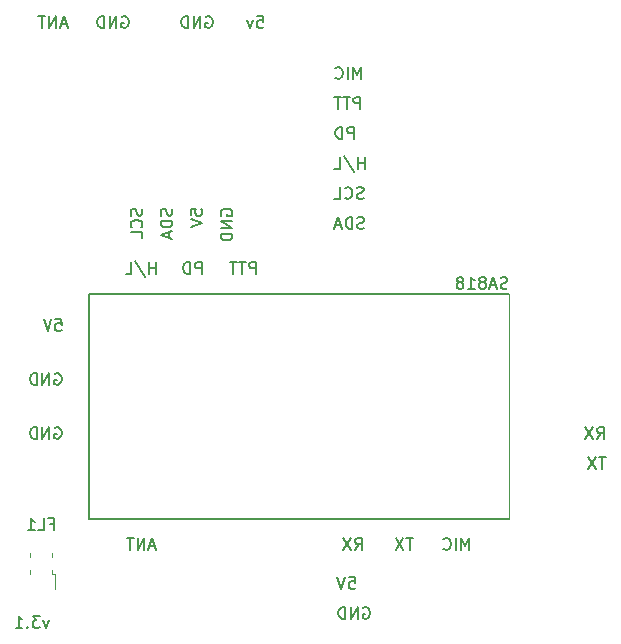
<source format=gbr>
G04 #@! TF.GenerationSoftware,KiCad,Pcbnew,6.0.9+dfsg-1*
G04 #@! TF.CreationDate,2023-03-25T11:37:51-04:00*
G04 #@! TF.ProjectId,fox,666f782e-6b69-4636-9164-5f7063625858,v3.1*
G04 #@! TF.SameCoordinates,Original*
G04 #@! TF.FileFunction,Legend,Bot*
G04 #@! TF.FilePolarity,Positive*
%FSLAX46Y46*%
G04 Gerber Fmt 4.6, Leading zero omitted, Abs format (unit mm)*
G04 Created by KiCad (PCBNEW 6.0.9+dfsg-1) date 2023-03-25 11:37:51*
%MOMM*%
%LPD*%
G01*
G04 APERTURE LIST*
%ADD10C,0.150000*%
%ADD11C,0.120000*%
G04 APERTURE END LIST*
D10*
X116926285Y-91130380D02*
X116926285Y-90130380D01*
X116926285Y-90606571D02*
X116354857Y-90606571D01*
X116354857Y-91130380D02*
X116354857Y-90130380D01*
X115164380Y-90082761D02*
X116021523Y-91368476D01*
X114354857Y-91130380D02*
X114831047Y-91130380D01*
X114831047Y-90130380D01*
X133685404Y-79700380D02*
X133685404Y-78700380D01*
X133304452Y-78700380D01*
X133209214Y-78748000D01*
X133161595Y-78795619D01*
X133113976Y-78890857D01*
X133113976Y-79033714D01*
X133161595Y-79128952D01*
X133209214Y-79176571D01*
X133304452Y-79224190D01*
X133685404Y-79224190D01*
X132685404Y-79700380D02*
X132685404Y-78700380D01*
X132447309Y-78700380D01*
X132304452Y-78748000D01*
X132209214Y-78843238D01*
X132161595Y-78938476D01*
X132113976Y-79128952D01*
X132113976Y-79271809D01*
X132161595Y-79462285D01*
X132209214Y-79557523D01*
X132304452Y-79652761D01*
X132447309Y-79700380D01*
X132685404Y-79700380D01*
X116854857Y-114212666D02*
X116378666Y-114212666D01*
X116950095Y-114498380D02*
X116616761Y-113498380D01*
X116283428Y-114498380D01*
X115950095Y-114498380D02*
X115950095Y-113498380D01*
X115378666Y-114498380D01*
X115378666Y-113498380D01*
X115045333Y-113498380D02*
X114473904Y-113498380D01*
X114759619Y-114498380D02*
X114759619Y-113498380D01*
X118260761Y-85631976D02*
X118308380Y-85774833D01*
X118308380Y-86012928D01*
X118260761Y-86108166D01*
X118213142Y-86155785D01*
X118117904Y-86203404D01*
X118022666Y-86203404D01*
X117927428Y-86155785D01*
X117879809Y-86108166D01*
X117832190Y-86012928D01*
X117784571Y-85822452D01*
X117736952Y-85727214D01*
X117689333Y-85679595D01*
X117594095Y-85631976D01*
X117498857Y-85631976D01*
X117403619Y-85679595D01*
X117356000Y-85727214D01*
X117308380Y-85822452D01*
X117308380Y-86060547D01*
X117356000Y-86203404D01*
X118308380Y-86631976D02*
X117308380Y-86631976D01*
X117308380Y-86870071D01*
X117356000Y-87012928D01*
X117451238Y-87108166D01*
X117546476Y-87155785D01*
X117736952Y-87203404D01*
X117879809Y-87203404D01*
X118070285Y-87155785D01*
X118165523Y-87108166D01*
X118260761Y-87012928D01*
X118308380Y-86870071D01*
X118308380Y-86631976D01*
X118022666Y-87584357D02*
X118022666Y-88060547D01*
X118308380Y-87489119D02*
X117308380Y-87822452D01*
X118308380Y-88155785D01*
X143453428Y-114498380D02*
X143453428Y-113498380D01*
X143120095Y-114212666D01*
X142786761Y-113498380D01*
X142786761Y-114498380D01*
X142310571Y-114498380D02*
X142310571Y-113498380D01*
X141262952Y-114403142D02*
X141310571Y-114450761D01*
X141453428Y-114498380D01*
X141548666Y-114498380D01*
X141691523Y-114450761D01*
X141786761Y-114355523D01*
X141834380Y-114260285D01*
X141882000Y-114069809D01*
X141882000Y-113926952D01*
X141834380Y-113736476D01*
X141786761Y-113641238D01*
X141691523Y-113546000D01*
X141548666Y-113498380D01*
X141453428Y-113498380D01*
X141310571Y-113546000D01*
X141262952Y-113593619D01*
X134304452Y-74620380D02*
X134304452Y-73620380D01*
X133971119Y-74334666D01*
X133637785Y-73620380D01*
X133637785Y-74620380D01*
X133161595Y-74620380D02*
X133161595Y-73620380D01*
X132113976Y-74525142D02*
X132161595Y-74572761D01*
X132304452Y-74620380D01*
X132399690Y-74620380D01*
X132542547Y-74572761D01*
X132637785Y-74477523D01*
X132685404Y-74382285D01*
X132733023Y-74191809D01*
X132733023Y-74048952D01*
X132685404Y-73858476D01*
X132637785Y-73763238D01*
X132542547Y-73668000D01*
X132399690Y-73620380D01*
X132304452Y-73620380D01*
X132161595Y-73668000D01*
X132113976Y-73715619D01*
X107854571Y-120435714D02*
X107616476Y-121102380D01*
X107378380Y-120435714D01*
X107092666Y-120102380D02*
X106473619Y-120102380D01*
X106806952Y-120483333D01*
X106664095Y-120483333D01*
X106568857Y-120530952D01*
X106521238Y-120578571D01*
X106473619Y-120673809D01*
X106473619Y-120911904D01*
X106521238Y-121007142D01*
X106568857Y-121054761D01*
X106664095Y-121102380D01*
X106949809Y-121102380D01*
X107045047Y-121054761D01*
X107092666Y-121007142D01*
X106045047Y-121007142D02*
X105997428Y-121054761D01*
X106045047Y-121102380D01*
X106092666Y-121054761D01*
X106045047Y-121007142D01*
X106045047Y-121102380D01*
X105045047Y-121102380D02*
X105616476Y-121102380D01*
X105330761Y-121102380D02*
X105330761Y-120102380D01*
X105426000Y-120245238D01*
X105521238Y-120340476D01*
X105616476Y-120388095D01*
X120791904Y-91130380D02*
X120791904Y-90130380D01*
X120410952Y-90130380D01*
X120315714Y-90178000D01*
X120268095Y-90225619D01*
X120220476Y-90320857D01*
X120220476Y-90463714D01*
X120268095Y-90558952D01*
X120315714Y-90606571D01*
X120410952Y-90654190D01*
X120791904Y-90654190D01*
X119791904Y-91130380D02*
X119791904Y-90130380D01*
X119553809Y-90130380D01*
X119410952Y-90178000D01*
X119315714Y-90273238D01*
X119268095Y-90368476D01*
X119220476Y-90558952D01*
X119220476Y-90701809D01*
X119268095Y-90892285D01*
X119315714Y-90987523D01*
X119410952Y-91082761D01*
X119553809Y-91130380D01*
X119791904Y-91130380D01*
X133272738Y-116800380D02*
X133748928Y-116800380D01*
X133796547Y-117276571D01*
X133748928Y-117228952D01*
X133653690Y-117181333D01*
X133415595Y-117181333D01*
X133320357Y-117228952D01*
X133272738Y-117276571D01*
X133225119Y-117371809D01*
X133225119Y-117609904D01*
X133272738Y-117705142D01*
X133320357Y-117752761D01*
X133415595Y-117800380D01*
X133653690Y-117800380D01*
X133748928Y-117752761D01*
X133796547Y-117705142D01*
X132939404Y-116800380D02*
X132606071Y-117800380D01*
X132272738Y-116800380D01*
X134590166Y-82240380D02*
X134590166Y-81240380D01*
X134590166Y-81716571D02*
X134018738Y-81716571D01*
X134018738Y-82240380D02*
X134018738Y-81240380D01*
X132828261Y-81192761D02*
X133685404Y-82478476D01*
X132018738Y-82240380D02*
X132494928Y-82240380D01*
X132494928Y-81240380D01*
X154286976Y-105100380D02*
X154620309Y-104624190D01*
X154858404Y-105100380D02*
X154858404Y-104100380D01*
X154477452Y-104100380D01*
X154382214Y-104148000D01*
X154334595Y-104195619D01*
X154286976Y-104290857D01*
X154286976Y-104433714D01*
X154334595Y-104528952D01*
X154382214Y-104576571D01*
X154477452Y-104624190D01*
X154858404Y-104624190D01*
X153953642Y-104100380D02*
X153286976Y-105100380D01*
X153286976Y-104100380D02*
X153953642Y-105100380D01*
X134463214Y-119388000D02*
X134558452Y-119340380D01*
X134701309Y-119340380D01*
X134844166Y-119388000D01*
X134939404Y-119483238D01*
X134987023Y-119578476D01*
X135034642Y-119768952D01*
X135034642Y-119911809D01*
X134987023Y-120102285D01*
X134939404Y-120197523D01*
X134844166Y-120292761D01*
X134701309Y-120340380D01*
X134606071Y-120340380D01*
X134463214Y-120292761D01*
X134415595Y-120245142D01*
X134415595Y-119911809D01*
X134606071Y-119911809D01*
X133987023Y-120340380D02*
X133987023Y-119340380D01*
X133415595Y-120340380D01*
X133415595Y-119340380D01*
X132939404Y-120340380D02*
X132939404Y-119340380D01*
X132701309Y-119340380D01*
X132558452Y-119388000D01*
X132463214Y-119483238D01*
X132415595Y-119578476D01*
X132367976Y-119768952D01*
X132367976Y-119911809D01*
X132415595Y-120102285D01*
X132463214Y-120197523D01*
X132558452Y-120292761D01*
X132701309Y-120340380D01*
X132939404Y-120340380D01*
X119848380Y-86155785D02*
X119848380Y-85679595D01*
X120324571Y-85631976D01*
X120276952Y-85679595D01*
X120229333Y-85774833D01*
X120229333Y-86012928D01*
X120276952Y-86108166D01*
X120324571Y-86155785D01*
X120419809Y-86203404D01*
X120657904Y-86203404D01*
X120753142Y-86155785D01*
X120800761Y-86108166D01*
X120848380Y-86012928D01*
X120848380Y-85774833D01*
X120800761Y-85679595D01*
X120753142Y-85631976D01*
X119848380Y-86489119D02*
X120848380Y-86822452D01*
X119848380Y-87155785D01*
X115720761Y-85631976D02*
X115768380Y-85774833D01*
X115768380Y-86012928D01*
X115720761Y-86108166D01*
X115673142Y-86155785D01*
X115577904Y-86203404D01*
X115482666Y-86203404D01*
X115387428Y-86155785D01*
X115339809Y-86108166D01*
X115292190Y-86012928D01*
X115244571Y-85822452D01*
X115196952Y-85727214D01*
X115149333Y-85679595D01*
X115054095Y-85631976D01*
X114958857Y-85631976D01*
X114863619Y-85679595D01*
X114816000Y-85727214D01*
X114768380Y-85822452D01*
X114768380Y-86060547D01*
X114816000Y-86203404D01*
X115673142Y-87203404D02*
X115720761Y-87155785D01*
X115768380Y-87012928D01*
X115768380Y-86917690D01*
X115720761Y-86774833D01*
X115625523Y-86679595D01*
X115530285Y-86631976D01*
X115339809Y-86584357D01*
X115196952Y-86584357D01*
X115006476Y-86631976D01*
X114911238Y-86679595D01*
X114816000Y-86774833D01*
X114768380Y-86917690D01*
X114768380Y-87012928D01*
X114816000Y-87155785D01*
X114863619Y-87203404D01*
X115768380Y-88108166D02*
X115768380Y-87631976D01*
X114768380Y-87631976D01*
X134494928Y-84732761D02*
X134352071Y-84780380D01*
X134113976Y-84780380D01*
X134018738Y-84732761D01*
X133971119Y-84685142D01*
X133923500Y-84589904D01*
X133923500Y-84494666D01*
X133971119Y-84399428D01*
X134018738Y-84351809D01*
X134113976Y-84304190D01*
X134304452Y-84256571D01*
X134399690Y-84208952D01*
X134447309Y-84161333D01*
X134494928Y-84066095D01*
X134494928Y-83970857D01*
X134447309Y-83875619D01*
X134399690Y-83828000D01*
X134304452Y-83780380D01*
X134066357Y-83780380D01*
X133923500Y-83828000D01*
X132923500Y-84685142D02*
X132971119Y-84732761D01*
X133113976Y-84780380D01*
X133209214Y-84780380D01*
X133352071Y-84732761D01*
X133447309Y-84637523D01*
X133494928Y-84542285D01*
X133542547Y-84351809D01*
X133542547Y-84208952D01*
X133494928Y-84018476D01*
X133447309Y-83923238D01*
X133352071Y-83828000D01*
X133209214Y-83780380D01*
X133113976Y-83780380D01*
X132971119Y-83828000D01*
X132923500Y-83875619D01*
X132018738Y-84780380D02*
X132494928Y-84780380D01*
X132494928Y-83780380D01*
X125371809Y-91130380D02*
X125371809Y-90130380D01*
X124990857Y-90130380D01*
X124895619Y-90178000D01*
X124848000Y-90225619D01*
X124800380Y-90320857D01*
X124800380Y-90463714D01*
X124848000Y-90558952D01*
X124895619Y-90606571D01*
X124990857Y-90654190D01*
X125371809Y-90654190D01*
X124514666Y-90130380D02*
X123943238Y-90130380D01*
X124228952Y-91130380D02*
X124228952Y-90130380D01*
X123752761Y-90130380D02*
X123181333Y-90130380D01*
X123467047Y-91130380D02*
X123467047Y-90130380D01*
X114045904Y-69350000D02*
X114141142Y-69302380D01*
X114284000Y-69302380D01*
X114426857Y-69350000D01*
X114522095Y-69445238D01*
X114569714Y-69540476D01*
X114617333Y-69730952D01*
X114617333Y-69873809D01*
X114569714Y-70064285D01*
X114522095Y-70159523D01*
X114426857Y-70254761D01*
X114284000Y-70302380D01*
X114188761Y-70302380D01*
X114045904Y-70254761D01*
X113998285Y-70207142D01*
X113998285Y-69873809D01*
X114188761Y-69873809D01*
X113569714Y-70302380D02*
X113569714Y-69302380D01*
X112998285Y-70302380D01*
X112998285Y-69302380D01*
X112522095Y-70302380D02*
X112522095Y-69302380D01*
X112284000Y-69302380D01*
X112141142Y-69350000D01*
X112045904Y-69445238D01*
X111998285Y-69540476D01*
X111950666Y-69730952D01*
X111950666Y-69873809D01*
X111998285Y-70064285D01*
X112045904Y-70159523D01*
X112141142Y-70254761D01*
X112284000Y-70302380D01*
X112522095Y-70302380D01*
X138683904Y-113498380D02*
X138112476Y-113498380D01*
X138398190Y-114498380D02*
X138398190Y-113498380D01*
X137874380Y-113498380D02*
X137207714Y-114498380D01*
X137207714Y-113498380D02*
X137874380Y-114498380D01*
X134209214Y-77160380D02*
X134209214Y-76160380D01*
X133828261Y-76160380D01*
X133733023Y-76208000D01*
X133685404Y-76255619D01*
X133637785Y-76350857D01*
X133637785Y-76493714D01*
X133685404Y-76588952D01*
X133733023Y-76636571D01*
X133828261Y-76684190D01*
X134209214Y-76684190D01*
X133352071Y-76160380D02*
X132780642Y-76160380D01*
X133066357Y-77160380D02*
X133066357Y-76160380D01*
X132590166Y-76160380D02*
X132018738Y-76160380D01*
X132304452Y-77160380D02*
X132304452Y-76160380D01*
X108360595Y-104148000D02*
X108455833Y-104100380D01*
X108598690Y-104100380D01*
X108741547Y-104148000D01*
X108836785Y-104243238D01*
X108884404Y-104338476D01*
X108932023Y-104528952D01*
X108932023Y-104671809D01*
X108884404Y-104862285D01*
X108836785Y-104957523D01*
X108741547Y-105052761D01*
X108598690Y-105100380D01*
X108503452Y-105100380D01*
X108360595Y-105052761D01*
X108312976Y-105005142D01*
X108312976Y-104671809D01*
X108503452Y-104671809D01*
X107884404Y-105100380D02*
X107884404Y-104100380D01*
X107312976Y-105100380D01*
X107312976Y-104100380D01*
X106836785Y-105100380D02*
X106836785Y-104100380D01*
X106598690Y-104100380D01*
X106455833Y-104148000D01*
X106360595Y-104243238D01*
X106312976Y-104338476D01*
X106265357Y-104528952D01*
X106265357Y-104671809D01*
X106312976Y-104862285D01*
X106360595Y-104957523D01*
X106455833Y-105052761D01*
X106598690Y-105100380D01*
X106836785Y-105100380D01*
X133770666Y-114498380D02*
X134104000Y-114022190D01*
X134342095Y-114498380D02*
X134342095Y-113498380D01*
X133961142Y-113498380D01*
X133865904Y-113546000D01*
X133818285Y-113593619D01*
X133770666Y-113688857D01*
X133770666Y-113831714D01*
X133818285Y-113926952D01*
X133865904Y-113974571D01*
X133961142Y-114022190D01*
X134342095Y-114022190D01*
X133437333Y-113498380D02*
X132770666Y-114498380D01*
X132770666Y-113498380D02*
X133437333Y-114498380D01*
X125491857Y-69302380D02*
X125968047Y-69302380D01*
X126015666Y-69778571D01*
X125968047Y-69730952D01*
X125872809Y-69683333D01*
X125634714Y-69683333D01*
X125539476Y-69730952D01*
X125491857Y-69778571D01*
X125444238Y-69873809D01*
X125444238Y-70111904D01*
X125491857Y-70207142D01*
X125539476Y-70254761D01*
X125634714Y-70302380D01*
X125872809Y-70302380D01*
X125968047Y-70254761D01*
X126015666Y-70207142D01*
X125110904Y-69635714D02*
X124872809Y-70302380D01*
X124634714Y-69635714D01*
X121157904Y-69350000D02*
X121253142Y-69302380D01*
X121396000Y-69302380D01*
X121538857Y-69350000D01*
X121634095Y-69445238D01*
X121681714Y-69540476D01*
X121729333Y-69730952D01*
X121729333Y-69873809D01*
X121681714Y-70064285D01*
X121634095Y-70159523D01*
X121538857Y-70254761D01*
X121396000Y-70302380D01*
X121300761Y-70302380D01*
X121157904Y-70254761D01*
X121110285Y-70207142D01*
X121110285Y-69873809D01*
X121300761Y-69873809D01*
X120681714Y-70302380D02*
X120681714Y-69302380D01*
X120110285Y-70302380D01*
X120110285Y-69302380D01*
X119634095Y-70302380D02*
X119634095Y-69302380D01*
X119396000Y-69302380D01*
X119253142Y-69350000D01*
X119157904Y-69445238D01*
X119110285Y-69540476D01*
X119062666Y-69730952D01*
X119062666Y-69873809D01*
X119110285Y-70064285D01*
X119157904Y-70159523D01*
X119253142Y-70254761D01*
X119396000Y-70302380D01*
X119634095Y-70302380D01*
X122436000Y-86203404D02*
X122388380Y-86108166D01*
X122388380Y-85965309D01*
X122436000Y-85822452D01*
X122531238Y-85727214D01*
X122626476Y-85679595D01*
X122816952Y-85631976D01*
X122959809Y-85631976D01*
X123150285Y-85679595D01*
X123245523Y-85727214D01*
X123340761Y-85822452D01*
X123388380Y-85965309D01*
X123388380Y-86060547D01*
X123340761Y-86203404D01*
X123293142Y-86251023D01*
X122959809Y-86251023D01*
X122959809Y-86060547D01*
X123388380Y-86679595D02*
X122388380Y-86679595D01*
X123388380Y-87251023D01*
X122388380Y-87251023D01*
X123388380Y-87727214D02*
X122388380Y-87727214D01*
X122388380Y-87965309D01*
X122436000Y-88108166D01*
X122531238Y-88203404D01*
X122626476Y-88251023D01*
X122816952Y-88298642D01*
X122959809Y-88298642D01*
X123150285Y-88251023D01*
X123245523Y-88203404D01*
X123340761Y-88108166D01*
X123388380Y-87965309D01*
X123388380Y-87727214D01*
X108360595Y-99576000D02*
X108455833Y-99528380D01*
X108598690Y-99528380D01*
X108741547Y-99576000D01*
X108836785Y-99671238D01*
X108884404Y-99766476D01*
X108932023Y-99956952D01*
X108932023Y-100099809D01*
X108884404Y-100290285D01*
X108836785Y-100385523D01*
X108741547Y-100480761D01*
X108598690Y-100528380D01*
X108503452Y-100528380D01*
X108360595Y-100480761D01*
X108312976Y-100433142D01*
X108312976Y-100099809D01*
X108503452Y-100099809D01*
X107884404Y-100528380D02*
X107884404Y-99528380D01*
X107312976Y-100528380D01*
X107312976Y-99528380D01*
X106836785Y-100528380D02*
X106836785Y-99528380D01*
X106598690Y-99528380D01*
X106455833Y-99576000D01*
X106360595Y-99671238D01*
X106312976Y-99766476D01*
X106265357Y-99956952D01*
X106265357Y-100099809D01*
X106312976Y-100290285D01*
X106360595Y-100385523D01*
X106455833Y-100480761D01*
X106598690Y-100528380D01*
X106836785Y-100528380D01*
X108408214Y-94956380D02*
X108884404Y-94956380D01*
X108932023Y-95432571D01*
X108884404Y-95384952D01*
X108789166Y-95337333D01*
X108551071Y-95337333D01*
X108455833Y-95384952D01*
X108408214Y-95432571D01*
X108360595Y-95527809D01*
X108360595Y-95765904D01*
X108408214Y-95861142D01*
X108455833Y-95908761D01*
X108551071Y-95956380D01*
X108789166Y-95956380D01*
X108884404Y-95908761D01*
X108932023Y-95861142D01*
X108074880Y-94956380D02*
X107741547Y-95956380D01*
X107408214Y-94956380D01*
X155001261Y-106640380D02*
X154429833Y-106640380D01*
X154715547Y-107640380D02*
X154715547Y-106640380D01*
X154191738Y-106640380D02*
X153525071Y-107640380D01*
X153525071Y-106640380D02*
X154191738Y-107640380D01*
X109346857Y-70016666D02*
X108870666Y-70016666D01*
X109442095Y-70302380D02*
X109108761Y-69302380D01*
X108775428Y-70302380D01*
X108442095Y-70302380D02*
X108442095Y-69302380D01*
X107870666Y-70302380D01*
X107870666Y-69302380D01*
X107537333Y-69302380D02*
X106965904Y-69302380D01*
X107251619Y-70302380D02*
X107251619Y-69302380D01*
X134542547Y-87272761D02*
X134399690Y-87320380D01*
X134161595Y-87320380D01*
X134066357Y-87272761D01*
X134018738Y-87225142D01*
X133971119Y-87129904D01*
X133971119Y-87034666D01*
X134018738Y-86939428D01*
X134066357Y-86891809D01*
X134161595Y-86844190D01*
X134352071Y-86796571D01*
X134447309Y-86748952D01*
X134494928Y-86701333D01*
X134542547Y-86606095D01*
X134542547Y-86510857D01*
X134494928Y-86415619D01*
X134447309Y-86368000D01*
X134352071Y-86320380D01*
X134113976Y-86320380D01*
X133971119Y-86368000D01*
X133542547Y-87320380D02*
X133542547Y-86320380D01*
X133304452Y-86320380D01*
X133161595Y-86368000D01*
X133066357Y-86463238D01*
X133018738Y-86558476D01*
X132971119Y-86748952D01*
X132971119Y-86891809D01*
X133018738Y-87082285D01*
X133066357Y-87177523D01*
X133161595Y-87272761D01*
X133304452Y-87320380D01*
X133542547Y-87320380D01*
X132590166Y-87034666D02*
X132113976Y-87034666D01*
X132685404Y-87320380D02*
X132352071Y-86320380D01*
X132018738Y-87320380D01*
G04 #@! TO.C,FL1*
X107926095Y-112297571D02*
X108259428Y-112297571D01*
X108259428Y-112821380D02*
X108259428Y-111821380D01*
X107783238Y-111821380D01*
X106926095Y-112821380D02*
X107402285Y-112821380D01*
X107402285Y-111821380D01*
X106068952Y-112821380D02*
X106640380Y-112821380D01*
X106354666Y-112821380D02*
X106354666Y-111821380D01*
X106449904Y-111964238D01*
X106545142Y-112059476D01*
X106640380Y-112107095D01*
G04 #@! TO.C,U1*
X146668857Y-92352761D02*
X146526000Y-92400380D01*
X146287904Y-92400380D01*
X146192666Y-92352761D01*
X146145047Y-92305142D01*
X146097428Y-92209904D01*
X146097428Y-92114666D01*
X146145047Y-92019428D01*
X146192666Y-91971809D01*
X146287904Y-91924190D01*
X146478380Y-91876571D01*
X146573619Y-91828952D01*
X146621238Y-91781333D01*
X146668857Y-91686095D01*
X146668857Y-91590857D01*
X146621238Y-91495619D01*
X146573619Y-91448000D01*
X146478380Y-91400380D01*
X146240285Y-91400380D01*
X146097428Y-91448000D01*
X145716476Y-92114666D02*
X145240285Y-92114666D01*
X145811714Y-92400380D02*
X145478380Y-91400380D01*
X145145047Y-92400380D01*
X144668857Y-91828952D02*
X144764095Y-91781333D01*
X144811714Y-91733714D01*
X144859333Y-91638476D01*
X144859333Y-91590857D01*
X144811714Y-91495619D01*
X144764095Y-91448000D01*
X144668857Y-91400380D01*
X144478380Y-91400380D01*
X144383142Y-91448000D01*
X144335523Y-91495619D01*
X144287904Y-91590857D01*
X144287904Y-91638476D01*
X144335523Y-91733714D01*
X144383142Y-91781333D01*
X144478380Y-91828952D01*
X144668857Y-91828952D01*
X144764095Y-91876571D01*
X144811714Y-91924190D01*
X144859333Y-92019428D01*
X144859333Y-92209904D01*
X144811714Y-92305142D01*
X144764095Y-92352761D01*
X144668857Y-92400380D01*
X144478380Y-92400380D01*
X144383142Y-92352761D01*
X144335523Y-92305142D01*
X144287904Y-92209904D01*
X144287904Y-92019428D01*
X144335523Y-91924190D01*
X144383142Y-91876571D01*
X144478380Y-91828952D01*
X143335523Y-92400380D02*
X143906952Y-92400380D01*
X143621238Y-92400380D02*
X143621238Y-91400380D01*
X143716476Y-91543238D01*
X143811714Y-91638476D01*
X143906952Y-91686095D01*
X142764095Y-91828952D02*
X142859333Y-91781333D01*
X142906952Y-91733714D01*
X142954571Y-91638476D01*
X142954571Y-91590857D01*
X142906952Y-91495619D01*
X142859333Y-91448000D01*
X142764095Y-91400380D01*
X142573619Y-91400380D01*
X142478380Y-91448000D01*
X142430761Y-91495619D01*
X142383142Y-91590857D01*
X142383142Y-91638476D01*
X142430761Y-91733714D01*
X142478380Y-91781333D01*
X142573619Y-91828952D01*
X142764095Y-91828952D01*
X142859333Y-91876571D01*
X142906952Y-91924190D01*
X142954571Y-92019428D01*
X142954571Y-92209904D01*
X142906952Y-92305142D01*
X142859333Y-92352761D01*
X142764095Y-92400380D01*
X142573619Y-92400380D01*
X142478380Y-92352761D01*
X142430761Y-92305142D01*
X142383142Y-92209904D01*
X142383142Y-92019428D01*
X142430761Y-91924190D01*
X142478380Y-91876571D01*
X142573619Y-91828952D01*
D11*
G04 #@! TO.C,FL1*
X108098000Y-116581000D02*
X108098000Y-116241000D01*
X106278000Y-115101000D02*
X106278000Y-114761000D01*
X108348000Y-116581000D02*
X108348000Y-117811000D01*
X106278000Y-116581000D02*
X106278000Y-116241000D01*
X108098000Y-115101000D02*
X108098000Y-114761000D01*
X108098000Y-116581000D02*
X108348000Y-116581000D01*
G04 #@! TO.C,U1*
X146812000Y-109982000D02*
X146832000Y-111862000D01*
D10*
X111232000Y-92862000D02*
X111232000Y-111862000D01*
D11*
X146812000Y-99822001D02*
X146812000Y-109982000D01*
X146832000Y-92862000D02*
X146812000Y-99822001D01*
D10*
X111232000Y-111862000D02*
X146832000Y-111862000D01*
X146832000Y-92862000D02*
X111232000Y-92862000D01*
G04 #@! TD*
M02*

</source>
